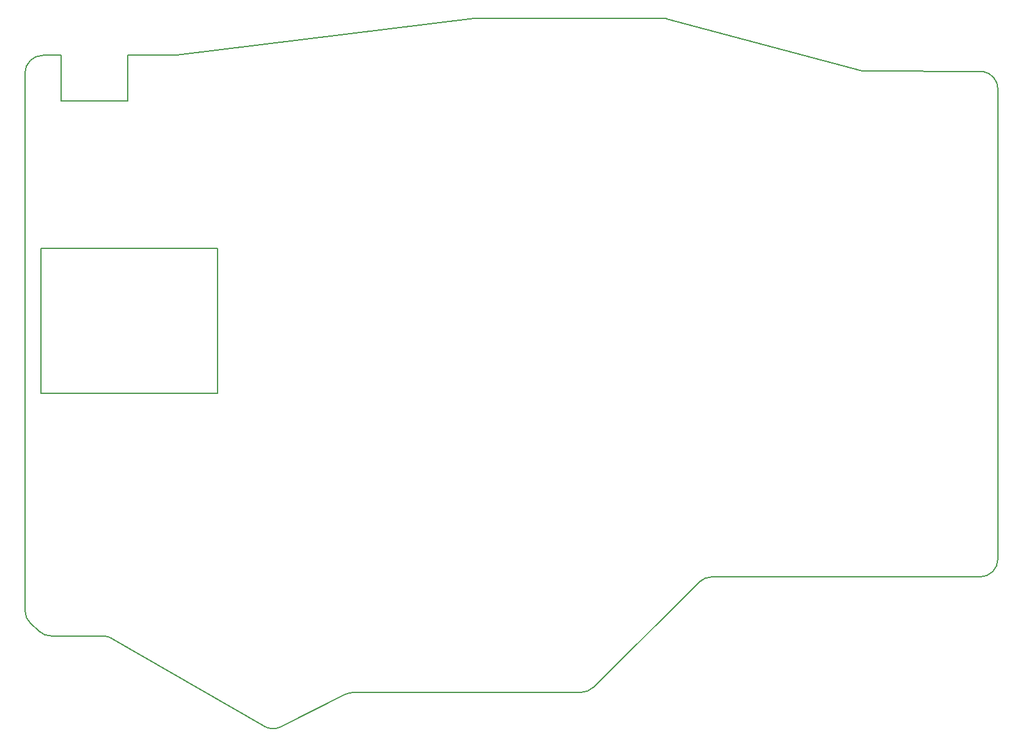
<source format=gm1>
G04 #@! TF.GenerationSoftware,KiCad,Pcbnew,(5.99.0-8557-g8988e46ab1)*
G04 #@! TF.CreationDate,2021-02-20T09:24:53-07:00*
G04 #@! TF.ProjectId,BlueSof,426c7565-536f-4662-9e6b-696361645f70,rev?*
G04 #@! TF.SameCoordinates,PX85099e0PY51bada0*
G04 #@! TF.FileFunction,Profile,NP*
%FSLAX46Y46*%
G04 Gerber Fmt 4.6, Leading zero omitted, Abs format (unit mm)*
G04 Created by KiCad (PCBNEW (5.99.0-8557-g8988e46ab1)) date 2021-02-20 09:24:53*
%MOMM*%
%LPD*%
G01*
G04 APERTURE LIST*
G04 #@! TA.AperFunction,Profile*
%ADD10C,0.150000*%
G04 #@! TD*
G04 APERTURE END LIST*
D10*
X35199996Y44800000D02*
G75*
G02*
X35610993Y44765985I0J-2500000D01*
G01*
X25454294Y-47773197D02*
X40090482Y-33226802D01*
X-39075000Y33400000D02*
X-48325000Y33400000D01*
X-49676401Y-40677241D02*
G75*
G02*
X-51371774Y-40014552I0J2500000D01*
G01*
X-48325000Y39700000D02*
X-50814476Y39700000D01*
X40090482Y-33226802D02*
G75*
G02*
X41852802Y-32500000I1762320J-1773198D01*
G01*
X8912158Y44781328D02*
G75*
G02*
X9217133Y44800000I304975J-2481328D01*
G01*
X-52509849Y-38964398D02*
G75*
G02*
X-53314476Y-37127087I1695373J1837311D01*
G01*
X35199995Y44800000D02*
X9217133Y44800001D01*
X-42511216Y-40677241D02*
G75*
G02*
X-41261216Y-41012177I1J-2500000D01*
G01*
X79410997Y37465985D02*
G75*
G02*
X81500000Y35000000I-410997J-2465985D01*
G01*
X-32583468Y39700000D02*
X-39075000Y39700000D01*
X-7792954Y-48499999D02*
X23691975Y-48499999D01*
X8912158Y44781329D02*
X-32278493Y39718671D01*
X-41261216Y-41012177D02*
X-20195689Y-53174364D01*
X-53314476Y-37127087D02*
X-53314476Y37200000D01*
X81500000Y-30000000D02*
X81500000Y35000000D01*
X62705826Y37529129D02*
G75*
G03*
X63000000Y37500000I294174J1470871D01*
G01*
X25454294Y-47773197D02*
G75*
G02*
X23691975Y-48499999I-1762319J1773198D01*
G01*
X-32278493Y39718672D02*
G75*
G02*
X-32583468Y39700000I-304975J2481328D01*
G01*
X41852802Y-32500000D02*
X79000000Y-32500000D01*
X62705826Y37529129D02*
X35610993Y44765984D01*
X-53314476Y37200000D02*
G75*
G02*
X-50814476Y39700000I2500000J0D01*
G01*
X79410997Y37465985D02*
X63000000Y37500000D01*
X-49676402Y-40677241D02*
X-42511216Y-40677241D01*
X-39075000Y39700000D02*
X-39075000Y33400000D01*
X-17823025Y-53243048D02*
G75*
G02*
X-20195689Y-53174364I-1122664J2233747D01*
G01*
X-8915619Y-48766253D02*
G75*
G02*
X-7792954Y-48499999I1122665J-2233747D01*
G01*
X-17823025Y-53243048D02*
X-8915619Y-48766252D01*
X-48325000Y33400000D02*
X-48325000Y39700000D01*
X-52509849Y-38964397D02*
X-51371774Y-40014551D01*
X-26600000Y12950000D02*
X-51100000Y12950000D01*
X-51100000Y12950000D02*
X-51100000Y-7050000D01*
X-51100000Y-7050000D02*
X-26600000Y-7050000D01*
X-26600000Y-7050000D02*
X-26600000Y12950000D01*
X81500000Y-30000000D02*
G75*
G02*
X79000000Y-32500000I-2500000J0D01*
G01*
M02*

</source>
